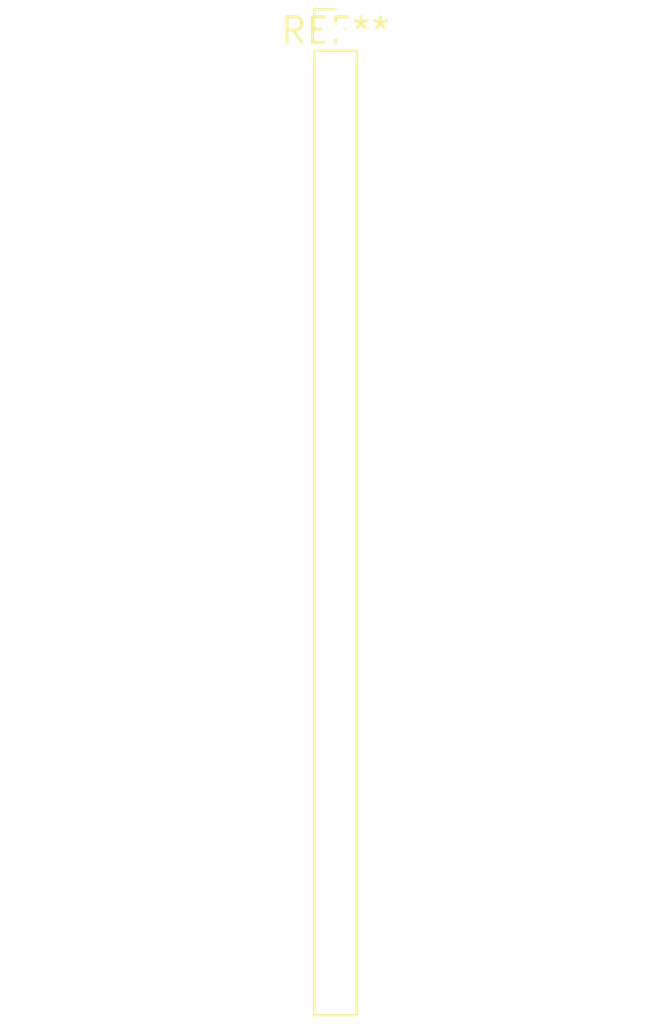
<source format=kicad_pcb>
(kicad_pcb (version 20240108) (generator pcbnew)
  (layers (0 "F.Cu" signal) (31 "B.Cu" signal) (34 "B.Paste" user) (35 "F.Paste" user) (36 "B.SilkS" user "B.Silkscreen") (37 "F.SilkS" user "F.Silkscreen") (38 "B.Mask" user) (39 "F.Mask" user) (44 "Edge.Cuts" user))
  (net 0 "")
  (footprint "PinHeader_1x25_P2.00mm_Vertical" (layer "F.Cu") (at 0 0)
    (property "Reference" "REF**")
    (property "Value" "PinHeader_1x25_P2.00mm_Vertical")
    (fp_line (start -1.06 -1.06) (end 0 -1.06) (layer "F.SilkS") (stroke (width 0.12)))
    (fp_line (start -1.06 0) (end -1.06 -1.06) (layer "F.SilkS") (stroke (width 0.12)))
    (fp_line (start -1.06 1) (end -1.06 49.06) (layer "F.SilkS") (stroke (width 0.12)))
    (fp_line (start -1.06 1) (end 1.06 1) (layer "F.SilkS") (stroke (width 0.12)))
    (fp_line (start -1.06 49.06) (end 1.06 49.06) (layer "F.SilkS") (stroke (width 0.12)))
    (fp_line (start 1.06 1) (end 1.06 49.06) (layer "F.SilkS") (stroke (width 0.12)))
    (pad "1" thru_hole rect (at 0 0) (size 1.35 1.35) (drill 0.8) (layers *.Cu *.Mask) (remove_unused_layers))
    (pad "2" thru_hole oval (at 0 2) (size 1.35 1.35) (drill 0.8) (layers *.Cu *.Mask) (remove_unused_layers))
    (pad "3" thru_hole oval (at 0 4) (size 1.35 1.35) (drill 0.8) (layers *.Cu *.Mask) (remove_unused_layers))
    (pad "4" thru_hole oval (at 0 6) (size 1.35 1.35) (drill 0.8) (layers *.Cu *.Mask) (remove_unused_layers))
    (pad "5" thru_hole oval (at 0 8) (size 1.35 1.35) (drill 0.8) (layers *.Cu *.Mask) (remove_unused_layers))
    (pad "6" thru_hole oval (at 0 10) (size 1.35 1.35) (drill 0.8) (layers *.Cu *.Mask) (remove_unused_layers))
    (pad "7" thru_hole oval (at 0 12) (size 1.35 1.35) (drill 0.8) (layers *.Cu *.Mask) (remove_unused_layers))
    (pad "8" thru_hole oval (at 0 14) (size 1.35 1.35) (drill 0.8) (layers *.Cu *.Mask) (remove_unused_layers))
    (pad "9" thru_hole oval (at 0 16) (size 1.35 1.35) (drill 0.8) (layers *.Cu *.Mask) (remove_unused_layers))
    (pad "10" thru_hole oval (at 0 18) (size 1.35 1.35) (drill 0.8) (layers *.Cu *.Mask) (remove_unused_layers))
    (pad "11" thru_hole oval (at 0 20) (size 1.35 1.35) (drill 0.8) (layers *.Cu *.Mask) (remove_unused_layers))
    (pad "12" thru_hole oval (at 0 22) (size 1.35 1.35) (drill 0.8) (layers *.Cu *.Mask) (remove_unused_layers))
    (pad "13" thru_hole oval (at 0 24) (size 1.35 1.35) (drill 0.8) (layers *.Cu *.Mask) (remove_unused_layers))
    (pad "14" thru_hole oval (at 0 26) (size 1.35 1.35) (drill 0.8) (layers *.Cu *.Mask) (remove_unused_layers))
    (pad "15" thru_hole oval (at 0 28) (size 1.35 1.35) (drill 0.8) (layers *.Cu *.Mask) (remove_unused_layers))
    (pad "16" thru_hole oval (at 0 30) (size 1.35 1.35) (drill 0.8) (layers *.Cu *.Mask) (remove_unused_layers))
    (pad "17" thru_hole oval (at 0 32) (size 1.35 1.35) (drill 0.8) (layers *.Cu *.Mask) (remove_unused_layers))
    (pad "18" thru_hole oval (at 0 34) (size 1.35 1.35) (drill 0.8) (layers *.Cu *.Mask) (remove_unused_layers))
    (pad "19" thru_hole oval (at 0 36) (size 1.35 1.35) (drill 0.8) (layers *.Cu *.Mask) (remove_unused_layers))
    (pad "20" thru_hole oval (at 0 38) (size 1.35 1.35) (drill 0.8) (layers *.Cu *.Mask) (remove_unused_layers))
    (pad "21" thru_hole oval (at 0 40) (size 1.35 1.35) (drill 0.8) (layers *.Cu *.Mask) (remove_unused_layers))
    (pad "22" thru_hole oval (at 0 42) (size 1.35 1.35) (drill 0.8) (layers *.Cu *.Mask) (remove_unused_layers))
    (pad "23" thru_hole oval (at 0 44) (size 1.35 1.35) (drill 0.8) (layers *.Cu *.Mask) (remove_unused_layers))
    (pad "24" thru_hole oval (at 0 46) (size 1.35 1.35) (drill 0.8) (layers *.Cu *.Mask) (remove_unused_layers))
    (pad "25" thru_hole oval (at 0 48) (size 1.35 1.35) (drill 0.8) (layers *.Cu *.Mask) (remove_unused_layers))
  )
)
</source>
